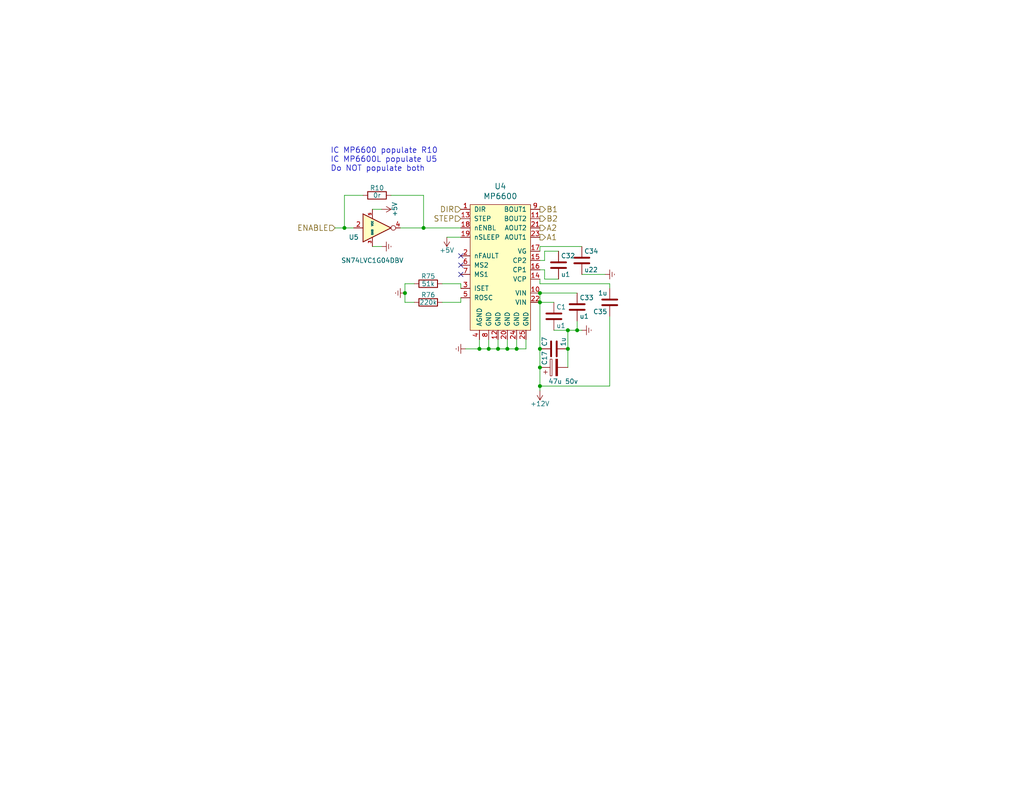
<source format=kicad_sch>
(kicad_sch (version 20211123) (generator eeschema)
  (paper "USLetter")
  (title_block (title "UA4C") (date "2022-07-13") (rev "C4") (company "WTMtronics") (comment 1 "White Fang"))
  (lib_symbols
    (symbol "74xGxx:SN74LVC1G14DBV"
      (property "Reference" "U5" (at -5.08 -2.54 0))
      (property "Value" "SN74LVC1G04DBV" (at 0 -8.89 0))
      (symbol "SN74LVC1G14DBV_0_1"
        (polyline (pts (xy -2.54 3.81) (xy -2.54 -3.81) (xy 5.08 0) (xy -2.54 3.81)) (stroke (width 0.254)) (fill (type background)))
        (circle (center 5.715 0) (radius 0.635))
      )
      (symbol "SN74LVC1G14DBV_1_1"
        (pin no_connect line (at 5.08 0 180) (length 2.54) hide (name "NC") (number "1"))
        (pin input line (at -5.08 0 0) (length 2.54) (name "~") (number "2"))
        (pin power_in line (at 0 -5.08 90) (length 2.54) (name "GND") (number "3"))
        (pin output line (at 7.62 0 180) (length 1.27) (name "~") (number "4"))
        (pin power_in line (at 0 5.08 270) (length 2.54) (name "VCC") (number "5"))
      )
    )
    (symbol "Device:C" (pin_numbers hide) (pin_names (offset 0.254))
      (property "Reference" "C" (at 0.635 2.54 0))
      (property "Value" "C" (at 0.635 -2.54 0))
      (symbol "C_0_1"
        (polyline (pts (xy -2.032 -0.762) (xy 2.032 -0.762)) (stroke (width 0.508)))
        (polyline (pts (xy -2.032 0.762) (xy 2.032 0.762)) (stroke (width 0.508)))
      )
      (symbol "C_1_1"
        (pin passive line (at 0 3.81 270) (length 2.794) (name "~") (number "1"))
        (pin passive line (at 0 -3.81 90) (length 2.794) (name "~") (number "2"))
      )
    )
    (symbol "Device:R" (pin_numbers hide) (pin_names (offset 0))
      (property "Reference" "R" (at 2.032 0 90))
      (property "Value" "R" (at 0 0 90))
      (symbol "R_0_1"
        (rectangle (start -1.016 -2.54) (end 1.016 2.54) (stroke (width 0.254)))
      )
      (symbol "R_1_1"
        (pin passive line (at 0 3.81 270) (length 1.27) (name "~") (number "1"))
        (pin passive line (at 0 -3.81 90) (length 1.27) (name "~") (number "2"))
      )
    )
    (symbol "Underdog-rescue:CP-Device" (pin_numbers hide) (pin_names (offset 0.254))
      (property "Reference" "C" (at 0.635 2.54 0))
      (property "Value" "CP-Device" (at 0.635 -2.54 0))
      (symbol "CP-Device_0_1"
        (rectangle (start -2.286 0.508) (end 2.286 1.016))
        (polyline (pts (xy -1.778 2.286) (xy -0.762 2.286)))
        (polyline (pts (xy -1.27 2.794) (xy -1.27 1.778)))
        (rectangle (start 2.286 -0.508) (end -2.286 -1.016) (fill (type outline)))
      )
      (symbol "CP-Device_1_1"
        (pin passive line (at 0 3.81 270) (length 2.794) (name "~") (number "1"))
        (pin passive line (at 0 -3.81 90) (length 2.794) (name "~") (number "2"))
      )
    )
    (symbol "Underdog-rescue:MP6600-IC_Automotive" (pin_names (offset 1.016))
      (property "Reference" "U" (at 5.08 7.62 0))
      (property "Value" "MP6600-IC_Automotive" (at -2.54 7.62 0))
      (symbol "MP6600-IC_Automotive_0_1"
        (rectangle (start -7.62 6.35) (end 8.89 -27.94) (fill (type background)))
      )
      (symbol "MP6600-IC_Automotive_1_1"
        (pin input line (at -10.16 5.08 0) (length 2.54) (name "DIR") (number "1"))
        (pin power_in line (at 11.43 -17.78 180) (length 2.54) (name "VIN") (number "10"))
        (pin output line (at 11.43 2.54 180) (length 2.54) (name "BOUT2") (number "11"))
        (pin power_in line (at 0 -30.48 90) (length 2.54) (name "GND") (number "12"))
        (pin input line (at -10.16 2.54 0) (length 2.54) (name "STEP") (number "13"))
        (pin passive line (at 11.43 -13.97 180) (length 2.54) (name "VCP") (number "14"))
        (pin passive line (at 11.43 -8.89 180) (length 2.54) (name "CP2") (number "15"))
        (pin passive line (at 11.43 -11.43 180) (length 2.54) (name "CP1") (number "16"))
        (pin passive line (at 11.43 -6.35 180) (length 2.54) (name "VG") (number "17"))
        (pin input line (at -10.16 0 0) (length 2.54) (name "nENBL") (number "18"))
        (pin input line (at -10.16 -2.54 0) (length 2.54) (name "nSLEEP") (number "19"))
        (pin output line (at -10.16 -7.62 0) (length 2.54) (name "nFAULT") (number "2"))
        (pin power_in line (at 2.54 -30.48 90) (length 2.54) (name "GND") (number "20"))
        (pin output line (at 11.43 0 180) (length 2.54) (name "AOUT2") (number "21"))
        (pin power_in line (at 11.43 -20.32 180) (length 2.54) (name "VIN") (number "22"))
        (pin output line (at 11.43 -2.54 180) (length 2.54) (name "AOUT1") (number "23"))
        (pin power_in line (at 5.08 -30.48 90) (length 2.54) (name "GND") (number "24"))
        (pin power_in line (at 7.62 -30.48 90) (length 2.54) (name "GND") (number "25"))
        (pin input line (at -10.16 -16.51 0) (length 2.54) (name "ISET") (number "3"))
        (pin power_in line (at -5.08 -30.48 90) (length 2.54) (name "AGND") (number "4"))
        (pin input line (at -10.16 -19.05 0) (length 2.54) (name "ROSC") (number "5"))
        (pin input line (at -10.16 -10.16 0) (length 2.54) (name "MS2") (number "6"))
        (pin input line (at -10.16 -12.7 0) (length 2.54) (name "MS1") (number "7"))
        (pin power_in line (at -2.54 -30.48 90) (length 2.54) (name "GND") (number "8"))
        (pin output line (at 11.43 5.08 180) (length 2.54) (name "BOUT1") (number "9"))
      )
    )
    (symbol "power:+12V" (power) (pin_names (offset 0))
      (property "Value" "+12V" (at 0 3.556 0))
      (symbol "+12V_0_1"
        (polyline (pts (xy -0.762 1.27) (xy 0 2.54)))
        (polyline (pts (xy 0 0) (xy 0 2.54)))
        (polyline (pts (xy 0 2.54) (xy 0.762 1.27)))
      )
      (symbol "+12V_1_1"
        (pin power_in line (at 0 0 90) (length 0) hide (name "+12V") (number "1"))
      )
    )
    (symbol "power:+5V" (power) (pin_names (offset 0))
      (property "Value" "+5V" (at 0 3.556 0))
      (symbol "+5V_0_1"
        (polyline (pts (xy -0.762 1.27) (xy 0 2.54)))
        (polyline (pts (xy 0 0) (xy 0 2.54)))
        (polyline (pts (xy 0 2.54) (xy 0.762 1.27)))
      )
      (symbol "+5V_1_1"
        (pin power_in line (at 0 0 90) (length 0) hide (name "+5V") (number "1"))
      )
    )
    (symbol "power:Earth" (power) (pin_names (offset 0))
      (symbol "Earth_0_1"
        (polyline (pts (xy -0.635 -1.905) (xy 0.635 -1.905)))
        (polyline (pts (xy -0.127 -2.54) (xy 0.127 -2.54)))
        (polyline (pts (xy 0 -1.27) (xy 0 0)))
        (polyline (pts (xy 1.27 -1.27) (xy -1.27 -1.27)))
      )
      (symbol "Earth_1_1"
        (pin power_in line (at 0 0 270) (length 0) hide (name "Earth") (number "1"))
      )
    )
  )
  (junction (at 138.43 95.25))
  (junction (at 147.32 105.41))
  (junction (at 110.49 80.01))
  (junction (at 135.89 95.25))
  (junction (at 147.32 82.55))
  (junction (at 115.57 62.23))
  (junction (at 147.32 95.25))
  (junction (at 93.98 62.23))
  (junction (at 147.32 80.01))
  (junction (at 147.32 100.33))
  (junction (at 157.48 90.17))
  (junction (at 130.81 95.25))
  (junction (at 154.94 90.17))
  (junction (at 133.35 95.25))
  (junction (at 140.97 95.25))
  (junction (at 154.94 95.25))
  (no_connect (at 125.73 69.85))
  (no_connect (at 125.73 74.93))
  (no_connect (at 125.73 72.39))
  (wire (pts (xy 115.57 62.23) (xy 125.73 62.23)))
  (wire (pts (xy 135.89 92.71) (xy 135.89 95.25)))
  (wire (pts (xy 138.43 95.25) (xy 140.97 95.25)))
  (wire (pts (xy 147.32 68.58) (xy 147.32 67.31)))
  (wire (pts (xy 127 95.25) (xy 130.81 95.25)))
  (wire (pts (xy 148.59 73.66) (xy 148.59 76.2)))
  (wire (pts (xy 147.32 76.2) (xy 147.32 77.47)))
  (wire (pts (xy 157.48 87.63) (xy 157.48 90.17)))
  (wire (pts (xy 130.81 92.71) (xy 130.81 95.25)))
  (wire (pts (xy 151.13 90.17) (xy 154.94 90.17)))
  (wire (pts (xy 166.37 105.41) (xy 147.32 105.41)))
  (wire (pts (xy 115.57 53.34) (xy 115.57 62.23)))
  (wire (pts (xy 147.32 67.31) (xy 158.75 67.31)))
  (wire (pts (xy 101.6 67.31) (xy 104.14 67.31)))
  (wire (pts (xy 91.44 62.23) (xy 93.98 62.23)))
  (wire (pts (xy 133.35 95.25) (xy 135.89 95.25)))
  (wire (pts (xy 130.81 95.25) (xy 133.35 95.25)))
  (wire (pts (xy 154.94 90.17) (xy 157.48 90.17)))
  (wire (pts (xy 140.97 95.25) (xy 143.51 95.25)))
  (wire (pts (xy 120.65 77.47) (xy 125.73 77.47)))
  (wire (pts (xy 110.49 82.55) (xy 113.03 82.55)))
  (wire (pts (xy 99.06 53.34) (xy 93.98 53.34)))
  (wire (pts (xy 110.49 77.47) (xy 113.03 77.47)))
  (wire (pts (xy 140.97 92.71) (xy 140.97 95.25)))
  (wire (pts (xy 166.37 77.47) (xy 166.37 78.74)))
  (wire (pts (xy 109.22 62.23) (xy 115.57 62.23)))
  (wire (pts (xy 147.32 105.41) (xy 147.32 106.68)))
  (wire (pts (xy 147.32 73.66) (xy 148.59 73.66)))
  (wire (pts (xy 147.32 77.47) (xy 166.37 77.47)))
  (wire (pts (xy 101.6 57.15) (xy 104.14 57.15)))
  (wire (pts (xy 138.43 92.71) (xy 138.43 95.25)))
  (wire (pts (xy 106.68 53.34) (xy 115.57 53.34)))
  (wire (pts (xy 147.32 80.01) (xy 157.48 80.01)))
  (wire (pts (xy 154.94 95.25) (xy 154.94 90.17)))
  (wire (pts (xy 154.94 100.33) (xy 154.94 95.25)))
  (wire (pts (xy 121.92 64.77) (xy 125.73 64.77)))
  (wire (pts (xy 93.98 53.34) (xy 93.98 62.23)))
  (wire (pts (xy 147.32 95.25) (xy 147.32 100.33)))
  (wire (pts (xy 148.59 71.12) (xy 148.59 68.58)))
  (wire (pts (xy 151.13 82.55) (xy 147.32 82.55)))
  (wire (pts (xy 148.59 76.2) (xy 152.4 76.2)))
  (wire (pts (xy 125.73 81.28) (xy 125.73 82.55)))
  (wire (pts (xy 148.59 68.58) (xy 152.4 68.58)))
  (wire (pts (xy 93.98 62.23) (xy 96.52 62.23)))
  (wire (pts (xy 143.51 95.25) (xy 143.51 92.71)))
  (wire (pts (xy 147.32 82.55) (xy 147.32 95.25)))
  (wire (pts (xy 135.89 95.25) (xy 138.43 95.25)))
  (wire (pts (xy 133.35 92.71) (xy 133.35 95.25)))
  (wire (pts (xy 110.49 80.01) (xy 110.49 82.55)))
  (wire (pts (xy 147.32 71.12) (xy 148.59 71.12)))
  (wire (pts (xy 125.73 77.47) (xy 125.73 78.74)))
  (wire (pts (xy 157.48 90.17) (xy 158.75 90.17)))
  (wire (pts (xy 125.73 82.55) (xy 120.65 82.55)))
  (wire (pts (xy 110.49 80.01) (xy 110.49 77.47)))
  (wire (pts (xy 147.32 100.33) (xy 147.32 105.41)))
  (wire (pts (xy 166.37 86.36) (xy 166.37 105.41)))
  (wire (pts (xy 147.32 82.55) (xy 147.32 80.01)))
  (wire (pts (xy 165.1 74.93) (xy 158.75 74.93)))
  (text "IC MP6600 populate R10\nIC MP6600L populate U5\nDo NOT populate both" (at 90.17 46.99 0) (effects (font (size 1.524 1.524)) (justify left bottom)))
  (hierarchical_label "B1" (shape output) (at 147.32 57.15 0) (effects (font (size 1.524 1.524))))
  (hierarchical_label "A1" (shape output) (at 147.32 64.77 0) (effects (font (size 1.524 1.524))))
  (hierarchical_label "DIR" (shape input) (at 125.73 57.15 180) (effects (font (size 1.524 1.524))))
  (hierarchical_label "ENABLE" (shape input) (at 91.44 62.23 180) (effects (font (size 1.524 1.524))))
  (hierarchical_label "B2" (shape output) (at 147.32 59.69 0) (effects (font (size 1.524 1.524))))
  (hierarchical_label "STEP" (shape input) (at 125.73 59.69 180) (effects (font (size 1.524 1.524))))
  (hierarchical_label "A2" (shape output) (at 147.32 62.23 0) (effects (font (size 1.524 1.524))))
  (symbol (lib_id "Underdog-rescue:MP6600-IC_Automotive") (at 135.89 62.23 0) (unit 1)
    (property "Reference" "U4" (at 136.525 50.8762 0) (effects (font (size 1.524 1.524))))
    (property "Value" "MP6600" (at 136.525 53.5686 0) (effects (font (size 1.524 1.524))))
    (property "Footprint" "Package_DFN_QFN:QFN-24-1EP_4x4mm_P0.5mm_EP2.7x2.7mm_ThermalVias" (effects hide))
    (property "Datasheet" "https://www.monolithicpower.com/en/documentview/productdocument/index/version/2/document_type/Datasheet/lang/en/sku/MP6600/" (effects hide))
    (property "MPN" "MP6600GR-Z" (effects hide))
  )
  (symbol (lib_id "Device:C") (at 152.4 72.39 0) (unit 1)
    (property "Reference" "C32" (at 153.035 69.85 0) (effects (justify left)))
    (property "Value" "u1" (at 153.035 74.93 0) (effects (justify left)))
    (property "Footprint" "Capacitor_SMD:C_0805_2012Metric" (effects hide))
    (property "MPN" "CL21B104KBFNNNE" (effects hide))
  )
  (symbol (lib_id "Device:C") (at 166.37 82.55 180) (unit 1)
    (property "Reference" "C35" (at 165.735 85.09 0) (effects (justify left)))
    (property "Value" "1u" (at 165.735 80.01 0) (effects (justify left)))
    (property "Footprint" "Capacitor_SMD:C_0805_2012Metric" (effects hide))
    (property "MPN" "CL21B105KBFNNNE" (effects hide))
  )
  (symbol (lib_id "Device:C") (at 158.75 71.12 0) (unit 1)
    (property "Reference" "C34" (at 159.385 68.58 0) (effects (justify left)))
    (property "Value" "u22" (at 159.385 73.66 0) (effects (justify left)))
    (property "Footprint" "Capacitor_SMD:C_0805_2012Metric" (effects hide))
    (property "MPN" "CL21B224KBFNNNE" (effects hide))
  )
  (symbol (lib_id "Device:C") (at 151.13 86.36 0) (unit 1)
    (property "Reference" "C1" (at 151.765 83.82 0) (effects (justify left)))
    (property "Value" "u1" (at 151.765 88.9 0) (effects (justify left)))
    (property "Footprint" "Capacitor_SMD:C_0805_2012Metric" (effects hide))
    (property "MPN" "CL21B104KBFNNNE" (effects hide))
  )
  (symbol (lib_id "Device:C") (at 157.48 83.82 0) (unit 1)
    (property "Reference" "C33" (at 158.115 81.28 0) (effects (justify left)))
    (property "Value" "u1" (at 158.115 86.36 0) (effects (justify left)))
    (property "Footprint" "Capacitor_SMD:C_0805_2012Metric" (effects hide))
    (property "MPN" "CL21B104KBFNNNE" (effects hide))
  )
  (symbol (lib_id "power:Earth") (at 165.1 74.93 90) (unit 1)
    (property "Reference" "#PWR0115" (effects hide))
    (property "Value" "Earth" (effects hide))
  )
  (symbol (lib_id "power:+12V") (at 147.32 106.68 180) (unit 1)
    (property "Reference" "#PWR0117" (effects hide))
    (property "Value" "+12V" (at 147.32 110.236 0))
  )
  (symbol (lib_id "power:Earth") (at 158.75 90.17 90) (unit 1)
    (property "Reference" "#PWR0116" (effects hide))
    (property "Value" "Earth" (effects hide))
  )
  (symbol (lib_id "Device:C") (at 151.13 95.25 90) (unit 1)
    (property "Reference" "C7" (at 148.59 94.615 0) (effects (justify left)))
    (property "Value" "1u" (at 153.67 94.615 0) (effects (justify left)))
    (property "Footprint" "Capacitor_SMD:C_0805_2012Metric" (effects hide))
    (property "MPN" "CL21B105KBFNNNE" (effects hide))
  )
  (symbol (lib_id "Underdog-rescue:CP-Device") (at 151.13 100.33 90) (unit 1)
    (property "Reference" "C17" (at 148.59 97.79 0))
    (property "Value" "47u 50v" (at 153.67 104.14 90))
    (property "Footprint" "Capacitor_SMD:CP_Elec_6.3x5.4" (effects hide))
    (property "Datasheet" "https://datasheet.octopart.com/EEE-FT1H470AL-Panasonic-datasheet-147569663.pdf" (effects hide))
    (property "MPN" "EEE-FT1H470AL" (effects hide))
  )
  (symbol (lib_id "Device:R") (at 116.84 77.47 90) (unit 1)
    (property "Reference" "R75" (at 116.84 75.438 90))
    (property "Value" "51k" (at 116.84 77.47 90))
    (property "Footprint" "Resistor_SMD:R_0805_2012Metric" (effects hide))
    (property "MPN" "RK73H2ATTD5102F" (effects hide))
  )
  (symbol (lib_id "power:Earth") (at 110.49 80.01 270) (unit 1)
    (property "Reference" "#PWR0118" (effects hide))
    (property "Value" "Earth" (effects hide))
  )
  (symbol (lib_id "Device:R") (at 116.84 82.55 90) (unit 1)
    (property "Reference" "R76" (at 116.84 80.518 90))
    (property "Value" "220k" (at 116.84 82.55 90))
    (property "Footprint" "Resistor_SMD:R_0805_2012Metric" (effects hide))
    (property "MPN" "RK73H2ATTD2203F" (effects hide))
  )
  (symbol (lib_id "power:+5V") (at 121.92 64.77 180) (unit 1)
    (property "Reference" "#PWR0120" (effects hide))
    (property "Value" "+5V" (at 121.92 68.326 0))
  )
  (symbol (lib_id "power:Earth") (at 127 95.25 270) (unit 1)
    (property "Reference" "#PWR0119" (effects hide))
    (property "Value" "Earth" (effects hide))
  )
  (symbol (lib_id "power:+5V") (at 104.14 57.15 270) (unit 1)
    (property "Reference" "#PWR06" (effects hide))
    (property "Value" "+5V" (at 107.696 57.15 0))
  )
  (symbol (lib_id "74xGxx:SN74LVC1G14DBV") (at 101.6 62.23 0) (unit 1)
    (property "Reference" "U5" (at 96.52 64.77 0))
    (property "Value" "SN74LVC1G04DBV" (at 101.6 71.12 0))
    (property "Footprint" "Package_TO_SOT_SMD:SOT-23-5" (effects hide))
    (property "Datasheet" "http://www.ti.com/lit/ds/symlink/sn74lvc1g14.pdf" (effects hide))
  )
  (symbol (lib_id "Device:R") (at 102.87 53.34 90) (unit 1)
    (property "Reference" "R10" (at 102.87 51.308 90))
    (property "Value" "0r" (at 102.87 53.34 90))
    (property "Footprint" "Resistor_SMD:R_0805_2012Metric" (effects hide))
  )
  (symbol (lib_id "power:Earth") (at 104.14 67.31 90) (unit 1)
    (property "Reference" "#PWR07" (effects hide))
    (property "Value" "Earth" (effects hide))
  )
)
</source>
